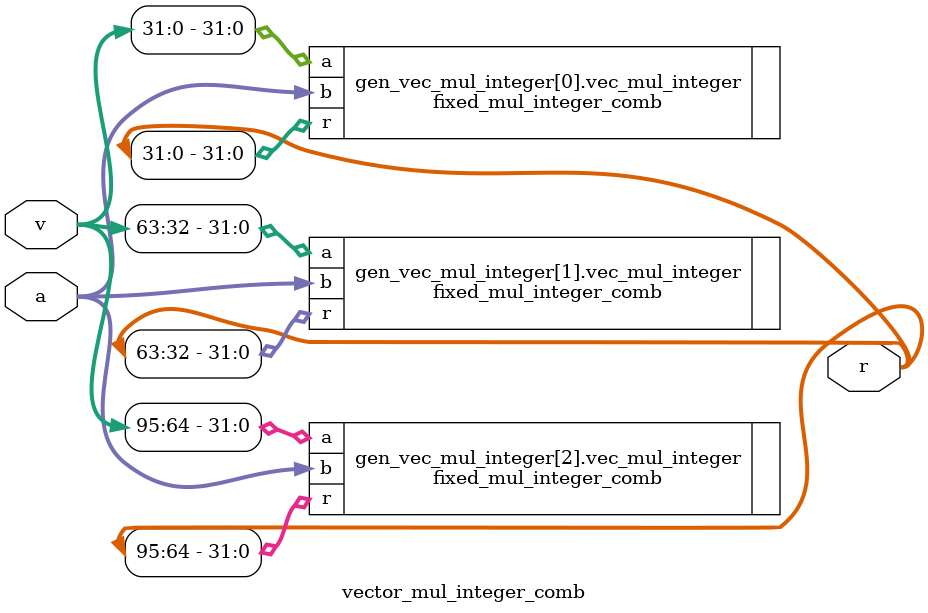
<source format=v>
`timescale 1ns / 1ps
module vector_mul_comb(
		input [95:0] v,
		input [31:0] a,
		output [95:0] r
	);

	genvar i;
	generate 
		for(i = 0; i<3; i = i+1) begin : gen_vec_mul_comb
			fixed_mul_comb vec_mul_comb(
				.a(v[32*i+:32]),
				.b(a),
				.r(r[32*i+:32])
			);
			
		end
	endgenerate

endmodule

//LATENCY: 7
module vector_mul(
		input clk,
		input rst,
		input new_data,
		output output_valid,
	
		input [95:0] v,
		input [31:0] a,
		output [95:0] r
    );
	 
	genvar i;
	wire[2:0] output_v;
	generate 
		for(i = 0; i<3; i = i+1) begin : gen_vec_mul
			fixed_mul vec_mul(
				.clk(clk),
				.rst(rst),
				.new_data(new_data),
				.output_valid(output_v[i]),
				.a(v[32*i+:32]),
				.b(a),
				.r(r[32*i+:32])
			);
			
		end
	endgenerate
	assign output_valid = output_v[0]&&output_v[1]&&output_v[2];
endmodule

module vector_mul_integer(
		input clk,
		input ce,
		input rst,
		input new_data,
		output output_valid,
		
		input [95:0] v,
		input [10:0] a,
		output [95:0] r
	);

	genvar i;
	wire[2:0] output_v;
	generate 
		for(i = 0; i<3; i = i+1) begin : gen_vec_mul_integer
			fixed_mul_integer vec_mul_integer(
				.clk(clk),
				.ce(ce),
				.rst(rst),
				.new_data(new_data),
				.output_valid(output_v[i]),
				.a(v[32*i+:32]),
				.b(a),
				.r(r[32*i+:32])
			);
			
		end
	endgenerate
	assign output_valid = output_v[0]&&output_v[1]&&output_v[2];

endmodule

module vector_mul_integer_comb(
		input [95:0] v,
		input [10:0] a,
		output [95:0] r
	);

	genvar i;
	generate 
		for(i = 0; i<3; i = i+1) begin : gen_vec_mul_integer
			fixed_mul_integer_comb vec_mul_integer(
				.a(v[32*i+:32]),
				.b(a),
				.r(r[32*i+:32])
			);
			
		end
	endgenerate

endmodule


</source>
